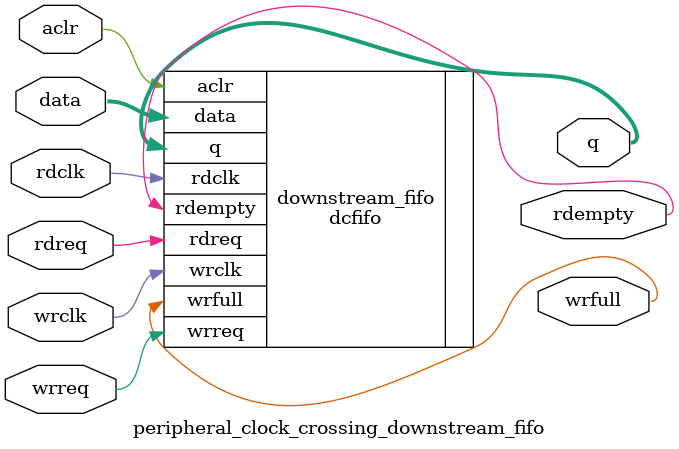
<source format=v>
module peripheral_clock_crossing_downstream_fifo (
                                                   // inputs:
                                                    aclr,
                                                    data,
                                                    rdclk,
                                                    rdreq,
                                                    wrclk,
                                                    wrreq,
                                                   // outputs:
                                                    q,
                                                    rdempty,
                                                    wrfull
                                                 )
;
  output  [ 45: 0] q;
  output           rdempty;
  output           wrfull;
  input            aclr;
  input   [ 45: 0] data;
  input            rdclk;
  input            rdreq;
  input            wrclk;
  input            wrreq;
  wire    [ 45: 0] q;
  wire             rdempty;
  wire             wrfull;
  dcfifo downstream_fifo
    (
      .aclr (aclr),
      .data (data),
      .q (q),
      .rdclk (rdclk),
      .rdempty (rdempty),
      .rdreq (rdreq),
      .wrclk (wrclk),
      .wrfull (wrfull),
      .wrreq (wrreq)
    );
  defparam downstream_fifo.intended_device_family = "STRATIXIV",
           downstream_fifo.lpm_numwords = 16,
           downstream_fifo.lpm_showahead = "OFF",
           downstream_fifo.lpm_type = "dcfifo",
           downstream_fifo.lpm_width = 46,
           downstream_fifo.lpm_widthu = 4,
           downstream_fifo.overflow_checking = "ON",
           downstream_fifo.rdsync_delaypipe = 5,
           downstream_fifo.underflow_checking = "ON",
           downstream_fifo.use_eab = "ON",
           downstream_fifo.wrsync_delaypipe = 5;
endmodule
</source>
